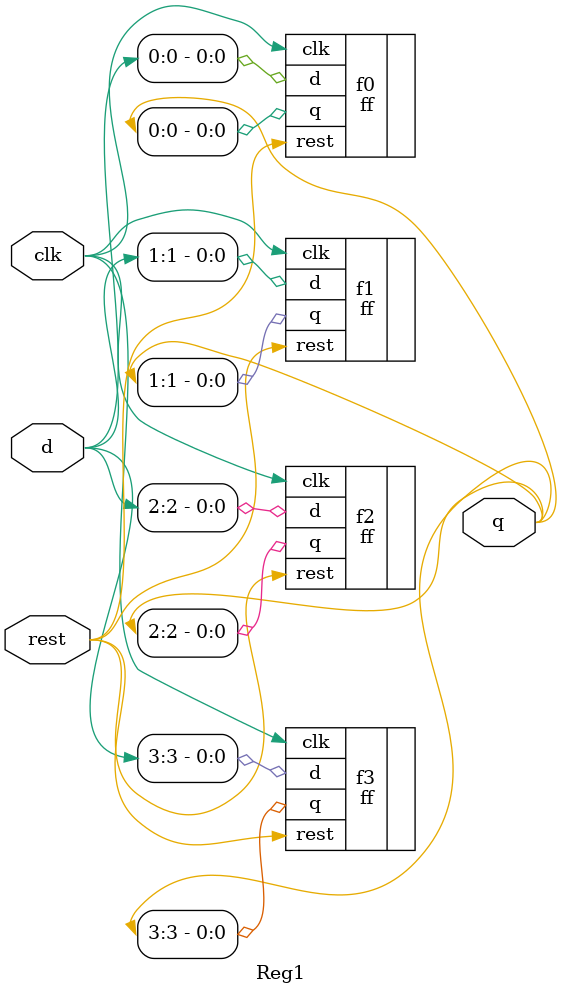
<source format=sv>
`timescale 1ns / 1ps


module Reg1 #(parameter n=4)(
input logic [n-1:0]d,
input logic rest,clk,
output logic [n-1:0]q

    );
    
    ff f0 (.d(d[0]), .clk(clk), .rest(rest), .q(q[0]));
    ff f1 (.d(d[1]), .clk(clk), .rest(rest), .q(q[1]));
    ff f2 (.d(d[2]), .clk(clk), .rest(rest), .q(q[2]));
    ff f3 (.d(d[3]), .clk(clk), .rest(rest), .q(q[3]));
    
endmodule
</source>
